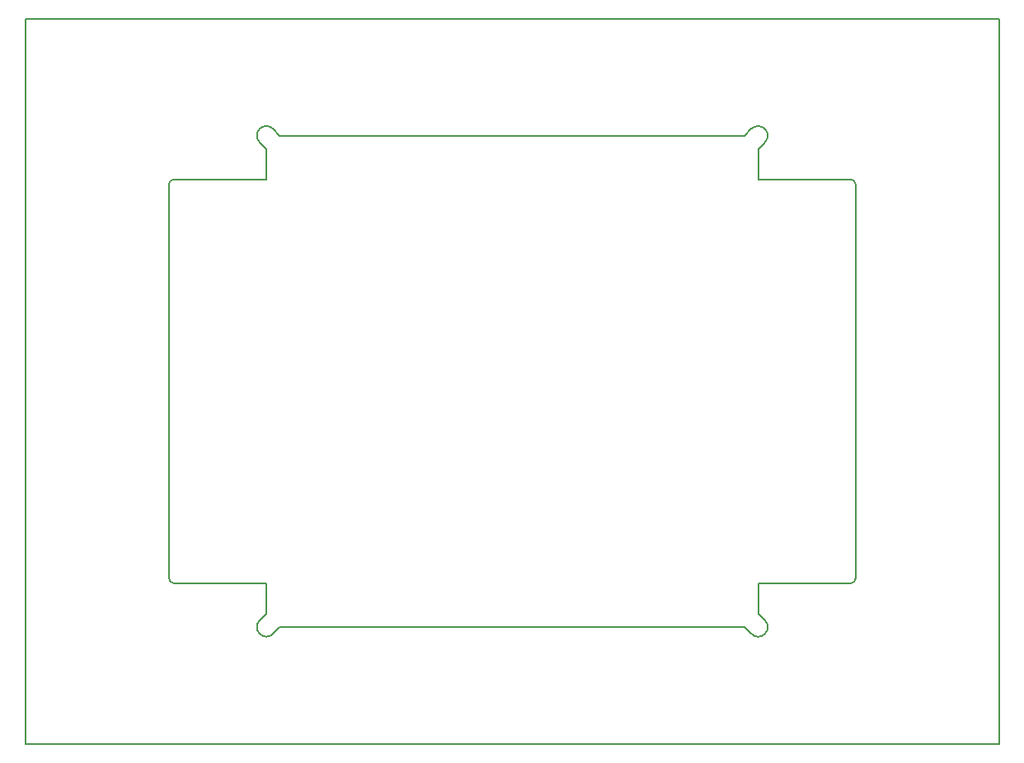
<source format=gbr>
%TF.GenerationSoftware,KiCad,Pcbnew,5.1.9-73d0e3b20d~88~ubuntu20.04.1*%
%TF.CreationDate,2021-02-23T12:39:05-08:00*%
%TF.ProjectId,frame_50x50,6672616d-655f-4353-9078-35302e6b6963,rev?*%
%TF.SameCoordinates,Original*%
%TF.FileFunction,Profile,NP*%
%FSLAX46Y46*%
G04 Gerber Fmt 4.6, Leading zero omitted, Abs format (unit mm)*
G04 Created by KiCad (PCBNEW 5.1.9-73d0e3b20d~88~ubuntu20.04.1) date 2021-02-23 12:39:05*
%MOMM*%
%LPD*%
G01*
G04 APERTURE LIST*
%TA.AperFunction,Profile*%
%ADD10C,0.200000*%
%TD*%
G04 APERTURE END LIST*
D10*
X160000000Y-54000001D02*
G75*
G02*
X160500000Y-54500001I0J-500000D01*
G01*
X150499999Y-98611737D02*
X150500000Y-95500001D01*
X151194131Y-99305869D02*
X150499999Y-98611737D01*
X149805869Y-48805870D02*
G75*
G02*
X151194131Y-50194132I694131J-694131D01*
G01*
X100000000Y-95500000D02*
X100000000Y-98611737D01*
X175250000Y-37500000D02*
X175250000Y-112000000D01*
X101388263Y-100000000D02*
X149111736Y-100000000D01*
X100694131Y-100694131D02*
X101388263Y-100000000D01*
X99305869Y-50194132D02*
X100000001Y-50888264D01*
X150500000Y-54000000D02*
X150500000Y-50888264D01*
X75250000Y-111999999D02*
X75250000Y-37500000D01*
X160499999Y-95000001D02*
X160500000Y-54500001D01*
X151194130Y-99305869D02*
G75*
G02*
X149805868Y-100694131I-694131J-694131D01*
G01*
X90500000Y-95500000D02*
G75*
G02*
X90000000Y-95000000I0J500000D01*
G01*
X150500000Y-95500001D02*
X159999999Y-95500001D01*
X101388263Y-49500000D02*
X100694131Y-48805869D01*
X99305871Y-50194131D02*
G75*
G02*
X100694131Y-48805869I694130J694131D01*
G01*
X100000000Y-98611737D02*
X99305869Y-99305869D01*
X175250000Y-112000000D02*
X75250000Y-111999999D01*
X90000000Y-54500000D02*
G75*
G02*
X90500000Y-54000000I500000J0D01*
G01*
X160000000Y-54000001D02*
X150500000Y-54000000D01*
X149805868Y-48805869D02*
X149111736Y-49500001D01*
X149111736Y-100000000D02*
X149805868Y-100694131D01*
X75250000Y-37500000D02*
X175250000Y-37500000D01*
X160499999Y-95000001D02*
G75*
G02*
X159999999Y-95500001I-500000J0D01*
G01*
X90500000Y-95500000D02*
X100000000Y-95500000D01*
X90000000Y-54500000D02*
X90000000Y-95000000D01*
X100000001Y-50888264D02*
X100000000Y-54000001D01*
X100000000Y-54000001D02*
X90500000Y-54000000D01*
X149111736Y-49500001D02*
X101388263Y-49500000D01*
X150500000Y-50888264D02*
X151194131Y-50194132D01*
X100694131Y-100694131D02*
G75*
G02*
X99305869Y-99305869I-694131J694131D01*
G01*
M02*

</source>
